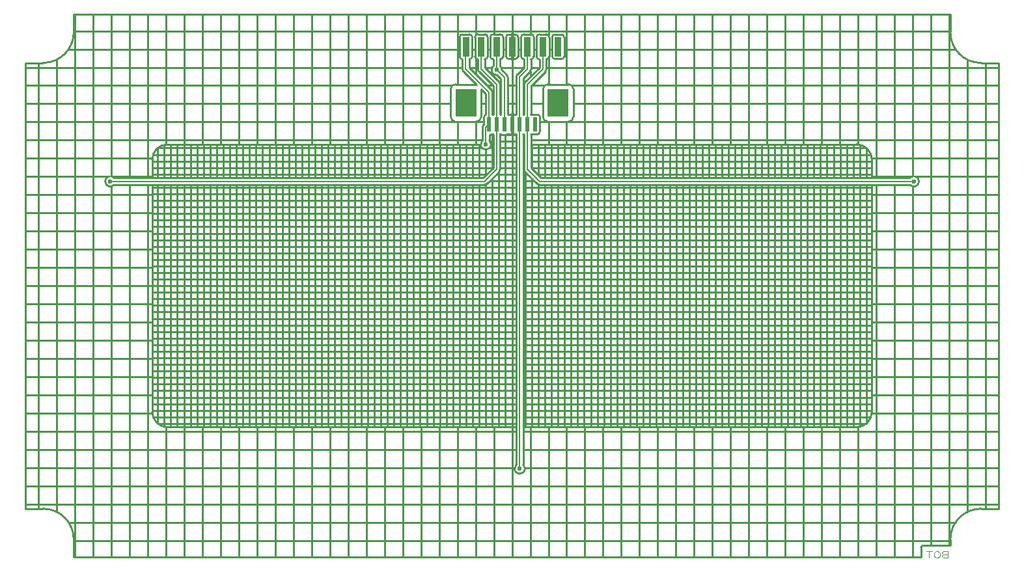
<source format=gbr>
G04 GENERATED BY PULSONIX 7.0 GERBER.DLL 4573*
%INHILLSTAR_100X50_EL_V1_0*%
%LNGERBER_BOTTOM*%
%FSLAX33Y33*%
%IPPOS*%
%LPD*%
%OFA0B0*%
%MOMM*%
%ADD15C,0.125*%
%ADD145C,0.400*%
%ADD146C,0.250*%
%ADD180C,0.600*%
%ADD345C,0.150*%
%ADD403R,0.600X1.900*%
%ADD410R,2.700X3.600*%
%ADD5672R,0.900X2.500*%
X0Y0D02*
D02*
D15*
X185982Y91986D02*
X185834Y91913D01*
X185761Y91766*
X185834Y91619*
X185982Y91545*
X186496*
Y92427*
X185982*
X185834Y92354*
X185761Y92207*
X185834Y92060*
X185982Y91986*
X186496*
X185484Y91839D02*
X185484Y92133D01*
X185410Y92280*
X185337Y92354*
X185190Y92427*
X185043*
X184895Y92354*
X184822Y92280*
X184748Y92133*
Y91839*
X184822Y91692*
X184895Y91619*
X185043Y91545*
X185190*
X185337Y91619*
X185410Y91692*
X185484Y91839*
X184104Y91545D02*
X184104Y92427D01*
X184471D02*
X183736Y92427D01*
D02*
D145*
X129859Y147190D02*
Y146590D01*
Y148690D02*
Y149290D01*
Y157000D02*
Y156400D01*
Y159100D02*
Y159700D01*
D02*
D146*
X66559Y155950D02*
Y97950D01*
X68859*
G75*
G02X72859Y93950J-4000*
G01*
Y91650*
X183059*
Y92975*
G75*
G02X183259Y93175I200*
G01*
X186859*
Y93950*
G75*
G02X190859Y97950I4000*
G01*
X193159*
Y155950*
X190859*
G75*
G02X186859Y159950J4000*
G01*
Y162250*
X72859*
Y159950*
G75*
G02X68859Y155950I-4000*
G01*
X66559*
X78112Y140090D02*
G75*
G02X76934Y140540I-503J450D01*
G01*
G75*
G02X78112Y140990I675*
G01*
X83059*
Y143350*
G75*
G02X85059Y145350I2000*
G01*
X125784*
G75*
G02X126009Y145853I675*
G01*
Y147540*
G75*
G02X126141Y147858I450*
G01*
X126184Y147901*
Y148890*
G75*
G02X126409Y149233I374*
G01*
Y151953*
X125834Y152528*
Y148940*
G75*
G02X125209Y148315I-625*
G01*
X122509*
G75*
G02X121884Y148940J625*
G01*
Y152540*
G75*
G02X122509Y153165I625*
G01*
X125197*
X123513Y154849*
G75*
G02X123381Y155168I319J319*
G01*
Y156426*
G75*
G02X123034Y156800I28J374*
G01*
Y159300*
G75*
G02X123409Y159675I375*
G01*
X124309*
G75*
G02X124684Y159300J-375*
G01*
Y156800*
G75*
G02X124309Y156425I-375*
G01*
X124281*
Y155354*
X127177Y152458*
G75*
G02X127309Y152140I-318J-318*
G01*
Y149233*
G75*
G02X127359Y149207I-147J-343*
G01*
G75*
G02X127409Y149233I197J-317*
G01*
Y152953*
X125541Y154821*
G75*
G02X125409Y155140I319J319*
G01*
Y156425*
G75*
G02X125034Y156800J375*
G01*
Y159300*
G75*
G02X125409Y159675I375*
G01*
X126309*
G75*
G02X126684Y159300J-375*
G01*
Y156800*
G75*
G02X126309Y156425I-375*
G01*
Y155326*
X128177Y153458*
G75*
G02X128309Y153140I-318J-318*
G01*
Y149233*
G75*
G02X128359Y149207I-147J-343*
G01*
G75*
G02X128409Y149233I197J-317*
G01*
Y153853*
X127896Y154366*
G75*
G02X127409Y155543I-37J674*
G01*
Y156425*
G75*
G02X127034Y156800J375*
G01*
Y159300*
G75*
G02X127409Y159675I375*
G01*
X128309*
G75*
G02X128684Y159300J-375*
G01*
Y156800*
G75*
G02X128309Y156425I-375*
G01*
Y155543*
G75*
G02X128533Y155002I-450J-503*
G01*
X129177Y154358*
G75*
G02X129309Y154040I-318J-318*
G01*
Y149233*
G75*
G02X129402Y149174I-151J-341*
G01*
G75*
G02X129559Y149215I159J-286*
G01*
X130159*
G75*
G02X130315Y149174I-2J-325*
G01*
G75*
G02X130401Y149230I247J-285*
G01*
Y154140*
G75*
G02X130535Y154463I457*
G01*
X131401Y155329*
Y156425*
G75*
G02X131034Y156800I8J375*
G01*
Y159300*
G75*
G02X131409Y159675I375*
G01*
X132309*
G75*
G02X132684Y159300J-375*
G01*
Y156800*
G75*
G02X132317Y156425I-375*
G01*
Y155140*
G75*
G02X132183Y154816I-458*
G01*
X131317Y153950*
Y149230*
G75*
G02X131359Y149207I-159J-340*
G01*
G75*
G02X131409Y149233I197J-317*
G01*
Y153140*
G75*
G02X131541Y153458I450*
G01*
X133409Y155326*
Y156425*
G75*
G02X133034Y156800J375*
G01*
Y159300*
G75*
G02X133409Y159675I375*
G01*
X134309*
G75*
G02X134684Y159300J-375*
G01*
Y156800*
G75*
G02X134309Y156425I-375*
G01*
Y155140*
G75*
G02X134177Y154821I-451*
G01*
X132309Y152953*
Y149233*
G75*
G02X132402Y149174I-151J-341*
G01*
G75*
G02X132559Y149215I159J-286*
G01*
X133159*
G75*
G02X133484Y148890J-325*
G01*
Y146990*
G75*
G02X133159Y146665I-325*
G01*
X132559*
G75*
G02X132402Y146705J326*
G01*
G75*
G02X132309Y146646I-244J282*
G01*
Y145350*
X174659*
G75*
G02X176659Y143350J-2000*
G01*
Y140990*
X181606*
G75*
G02X182784Y140540I503J-450*
G01*
G75*
G02X181606Y140090I-675*
G01*
X176659*
Y110550*
G75*
G02X174659Y108550I-2000*
G01*
X131317*
Y103655*
G75*
G02X131534Y103160I-457J-495*
G01*
G75*
G02X130184I-675*
G01*
G75*
G02X130401Y103655I674*
G01*
Y108550*
X85059*
G75*
G02X83059Y110550J2000*
G01*
Y140090*
X78112*
X129084Y156800D02*
Y159300D01*
G75*
G02X129409Y159625I325*
G01*
X130309*
G75*
G02X130634Y159300J-325*
G01*
Y156800*
G75*
G02X130309Y156475I-325*
G01*
X129409*
G75*
G02X129084Y156800J325*
G01*
X133884Y148940D02*
Y152540D01*
G75*
G02X134509Y153165I625*
G01*
X137209*
G75*
G02X137834Y152540J-625*
G01*
Y148940*
G75*
G02X137209Y148315I-625*
G01*
X134509*
G75*
G02X133884Y148940J625*
G01*
X135084Y156800D02*
Y159300D01*
G75*
G02X135409Y159625I325*
G01*
X136309*
G75*
G02X136634Y159300J-325*
G01*
Y156800*
G75*
G02X136309Y156475I-325*
G01*
X135409*
G75*
G02X135084Y156800J325*
G01*
X72859Y93797D02*
X186859D01*
X72189Y96165D02*
X187528D01*
X66559Y98533D02*
X193159D01*
X66559Y100901D02*
X193159D01*
X66559Y103269D02*
X130193D01*
X131525D02*
X193159D01*
X66559Y105637D02*
X130401D01*
X131317D02*
X193159D01*
X66559Y108005D02*
X130401D01*
X131317D02*
X193159D01*
X66559Y110373D02*
X83067D01*
X176651D02*
X193159D01*
X66559Y112741D02*
X83059D01*
X176659D02*
X193159D01*
X66559Y115109D02*
X83059D01*
X176659D02*
X193159D01*
X66559Y117477D02*
X83059D01*
X176659D02*
X193159D01*
X66559Y119845D02*
X83059D01*
X176659D02*
X193159D01*
X66559Y122213D02*
X83059D01*
X176659D02*
X193159D01*
X66559Y124581D02*
X83059D01*
X176659D02*
X193159D01*
X66559Y126950D02*
X83059D01*
X176659D02*
X193159D01*
X66559Y129318D02*
X83059D01*
X176659D02*
X193159D01*
X66559Y131686D02*
X83059D01*
X176659D02*
X193159D01*
X66559Y134054D02*
X83059D01*
X176659D02*
X193159D01*
X66559Y136422D02*
X83059D01*
X176659D02*
X193159D01*
X66559Y138790D02*
X83059D01*
X176659D02*
X193159D01*
X66559Y141158D02*
X77338D01*
X77880D02*
X83059D01*
X176659D02*
X181838D01*
X182380D02*
X193159D01*
X66559Y143526D02*
X83067D01*
X176651D02*
X193159D01*
X66559Y145894D02*
X126009D01*
X132309D02*
X193159D01*
X66559Y148262D02*
X126184D01*
X133484D02*
X193159D01*
X66559Y150630D02*
X121884D01*
X125834D02*
X126409D01*
X127309D02*
X127409D01*
X128309D02*
X128409D01*
X129309D02*
X130401D01*
X131317D02*
X131409D01*
X132309D02*
X133884D01*
X137834D02*
X193159D01*
X66559Y152998D02*
X122084D01*
X126637D02*
X127364D01*
X128309D02*
X128409D01*
X129309D02*
X130401D01*
X131317D02*
X131409D01*
X132353D02*
X134084D01*
X137634D02*
X193159D01*
X66559Y155366D02*
X123381D01*
X124281D02*
X125409D01*
X126309D02*
X127268D01*
X128450D02*
X131401D01*
X132317D02*
X133409D01*
X134309D02*
X193159D01*
X72189Y157734D02*
X123034D01*
X124684D02*
X125034D01*
X126684D02*
X127034D01*
X128684D02*
X129084D01*
X130634D02*
X131034D01*
X132684D02*
X133034D01*
X134684D02*
X135084D01*
X136634D02*
X187528D01*
X72859Y160102D02*
X186859D01*
X68290Y97950D02*
Y155950D01*
X70658Y97522D02*
Y156377D01*
X73026Y91650D02*
Y162250D01*
X75394Y91650D02*
Y162250D01*
X77762Y91650D02*
Y139882D01*
Y141197D02*
Y162250D01*
X80130Y91650D02*
Y140090D01*
Y140990D02*
Y162250D01*
X82498Y91650D02*
Y140090D01*
Y140990D02*
Y162250D01*
X84866Y91650D02*
Y108559D01*
Y145340D02*
Y162250D01*
X87234Y91650D02*
Y108550D01*
Y145350D02*
Y162250D01*
X89602Y91650D02*
Y108550D01*
Y145350D02*
Y162250D01*
X91970Y91650D02*
Y108550D01*
Y145350D02*
Y162250D01*
X94338Y91650D02*
Y108550D01*
Y145350D02*
Y162250D01*
X96706Y91650D02*
Y108550D01*
Y145350D02*
Y162250D01*
X99074Y91650D02*
Y108550D01*
Y145350D02*
Y162250D01*
X101442Y91650D02*
Y108550D01*
Y145350D02*
Y162250D01*
X103810Y91650D02*
Y108550D01*
Y145350D02*
Y162250D01*
X106178Y91650D02*
Y108550D01*
Y145350D02*
Y162250D01*
X108546Y91650D02*
Y108550D01*
Y145350D02*
Y162250D01*
X110914Y91650D02*
Y108550D01*
Y145350D02*
Y162250D01*
X113283Y91650D02*
Y108550D01*
Y145350D02*
Y162250D01*
X115651Y91650D02*
Y108550D01*
Y145350D02*
Y162250D01*
X118019Y91650D02*
Y108550D01*
Y145350D02*
Y162250D01*
X120387Y91650D02*
Y108550D01*
Y145350D02*
Y162250D01*
X122755Y91650D02*
Y108550D01*
Y145350D02*
Y148315D01*
Y153165D02*
Y162250D01*
X125123Y91650D02*
Y108550D01*
Y145350D02*
Y148315D01*
Y153165D02*
Y153239D01*
Y154512D02*
Y156557D01*
Y159542D02*
Y162250D01*
X127491Y91650D02*
Y108550D01*
Y154144D02*
Y154474D01*
Y159675D02*
Y162250D01*
X129859Y91650D02*
Y108550D01*
Y149215D02*
Y156475D01*
Y159625D02*
Y162250D01*
X132227Y91650D02*
Y108550D01*
Y154144D02*
Y154867D01*
Y159675D02*
Y162250D01*
X134595Y91650D02*
Y108550D01*
Y145350D02*
Y148315D01*
Y153165D02*
Y156557D01*
Y159542D02*
Y162250D01*
X136963Y91650D02*
Y108550D01*
Y145350D02*
Y148315D01*
Y153165D02*
Y162250D01*
X139331Y91650D02*
Y108550D01*
Y145350D02*
Y162250D01*
X141699Y91650D02*
Y108550D01*
Y145350D02*
Y162250D01*
X144067Y91650D02*
Y108550D01*
Y145350D02*
Y162250D01*
X146435Y91650D02*
Y108550D01*
Y145350D02*
Y162250D01*
X148803Y91650D02*
Y108550D01*
Y145350D02*
Y162250D01*
X151171Y91650D02*
Y108550D01*
Y145350D02*
Y162250D01*
X153539Y91650D02*
Y108550D01*
Y145350D02*
Y162250D01*
X155907Y91650D02*
Y108550D01*
Y145350D02*
Y162250D01*
X158275Y91650D02*
Y108550D01*
Y145350D02*
Y162250D01*
X160643Y91650D02*
Y108550D01*
Y145350D02*
Y162250D01*
X163011Y91650D02*
Y108550D01*
Y145350D02*
Y162250D01*
X165379Y91650D02*
Y108550D01*
Y145350D02*
Y162250D01*
X167747Y91650D02*
Y108550D01*
Y145350D02*
Y162250D01*
X170115Y91650D02*
Y108550D01*
Y145350D02*
Y162250D01*
X172483Y91650D02*
Y108550D01*
Y145350D02*
Y162250D01*
X174851Y91650D02*
Y108559D01*
Y145340D02*
Y162250D01*
X177219Y91650D02*
Y140090D01*
Y140990D02*
Y162250D01*
X179587Y91650D02*
Y140090D01*
Y140990D02*
Y162250D01*
X181955Y91650D02*
Y139882D01*
Y141197D02*
Y162250D01*
X184323Y93175D02*
Y162250D01*
X186691Y93175D02*
Y162250D01*
X189059Y97522D02*
Y156377D01*
X191428Y97950D02*
Y155950D01*
X83059Y140090D02*
Y110550D01*
G75*
G03X85059Y108550I2000*
G01*
X130401*
Y146649*
G75*
G02X130315Y146705I161J341*
G01*
G75*
G02X130159Y146665I-156J285*
G01*
X129559*
G75*
G02X129402Y146705J326*
G01*
G75*
G02X129159Y146615I-243J284*
G01*
X128559*
G75*
G02X128359Y146672I-1J375*
G01*
G75*
G02X128309Y146646I-197J317*
G01*
Y142140*
G75*
G02X128177Y141821I-451*
G01*
X126577Y140221*
G75*
G02X126259Y140090I-317J318*
G01*
X83059*
X83764Y109025D02*
X130401D01*
X83175Y109879D02*
X130401D01*
X83059Y110732D02*
X130401D01*
X83059Y111586D02*
X130401D01*
X83059Y112439D02*
X130401D01*
X83059Y113293D02*
X130401D01*
X83059Y114146D02*
X130401D01*
X83059Y115000D02*
X130401D01*
X83059Y115853D02*
X130401D01*
X83059Y116707D02*
X130401D01*
X83059Y117560D02*
X130401D01*
X83059Y118414D02*
X130401D01*
X83059Y119268D02*
X130401D01*
X83059Y120121D02*
X130401D01*
X83059Y120975D02*
X130401D01*
X83059Y121828D02*
X130401D01*
X83059Y122682D02*
X130401D01*
X83059Y123535D02*
X130401D01*
X83059Y124389D02*
X130401D01*
X83059Y125242D02*
X130401D01*
X83059Y126096D02*
X130401D01*
X83059Y126950D02*
X130401D01*
X83059Y127803D02*
X130401D01*
X83059Y128657D02*
X130401D01*
X83059Y129510D02*
X130401D01*
X83059Y130364D02*
X130401D01*
X83059Y131217D02*
X130401D01*
X83059Y132071D02*
X130401D01*
X83059Y132924D02*
X130401D01*
X83059Y133778D02*
X130401D01*
X83059Y134631D02*
X130401D01*
X83059Y135485D02*
X130401D01*
X83059Y136339D02*
X130401D01*
X83059Y137192D02*
X130401D01*
X83059Y138046D02*
X130401D01*
X83059Y138899D02*
X130401D01*
X83059Y139753D02*
X130401D01*
X126962Y140606D02*
X130401D01*
X127815Y141460D02*
X130401D01*
X128309Y142313D02*
X130401D01*
X128309Y143167D02*
X130401D01*
X128309Y144021D02*
X130401D01*
X128309Y144874D02*
X130401D01*
X128309Y145728D02*
X130401D01*
X128309Y146581D02*
X130401D01*
X83767Y109023D02*
Y140090D01*
X84621Y108598D02*
Y140090D01*
X85474Y108550D02*
Y140090D01*
X86328Y108550D02*
Y140090D01*
X87181Y108550D02*
Y140090D01*
X88035Y108550D02*
Y140090D01*
X88888Y108550D02*
Y140090D01*
X89742Y108550D02*
Y140090D01*
X90595Y108550D02*
Y140090D01*
X91449Y108550D02*
Y140090D01*
X92303Y108550D02*
Y140090D01*
X93156Y108550D02*
Y140090D01*
X94010Y108550D02*
Y140090D01*
X94863Y108550D02*
Y140090D01*
X95717Y108550D02*
Y140090D01*
X96570Y108550D02*
Y140090D01*
X97424Y108550D02*
Y140090D01*
X98277Y108550D02*
Y140090D01*
X99131Y108550D02*
Y140090D01*
X99984Y108550D02*
Y140090D01*
X100838Y108550D02*
Y140090D01*
X101692Y108550D02*
Y140090D01*
X102545Y108550D02*
Y140090D01*
X103399Y108550D02*
Y140090D01*
X104252Y108550D02*
Y140090D01*
X105106Y108550D02*
Y140090D01*
X105959Y108550D02*
Y140090D01*
X106813Y108550D02*
Y140090D01*
X107666Y108550D02*
Y140090D01*
X108520Y108550D02*
Y140090D01*
X109374Y108550D02*
Y140090D01*
X110227Y108550D02*
Y140090D01*
X111081Y108550D02*
Y140090D01*
X111934Y108550D02*
Y140090D01*
X112788Y108550D02*
Y140090D01*
X113641Y108550D02*
Y140090D01*
X114495Y108550D02*
Y140090D01*
X115348Y108550D02*
Y140090D01*
X116202Y108550D02*
Y140090D01*
X117055Y108550D02*
Y140090D01*
X117909Y108550D02*
Y140090D01*
X118763Y108550D02*
Y140090D01*
X119616Y108550D02*
Y140090D01*
X120470Y108550D02*
Y140090D01*
X121323Y108550D02*
Y140090D01*
X122177Y108550D02*
Y140090D01*
X123030Y108550D02*
Y140090D01*
X123884Y108550D02*
Y140090D01*
X124737Y108550D02*
Y140090D01*
X125591Y108550D02*
Y140090D01*
X126445Y108550D02*
Y140130D01*
X127298Y108550D02*
Y140942D01*
X128152Y108550D02*
Y141796D01*
X129005Y108550D02*
Y146615D01*
X129859Y108550D02*
Y146665D01*
X83059Y140990D02*
X126072D01*
X127409Y142326*
Y146646*
G75*
G02X127359Y146672I147J343*
G01*
G75*
G02X127159Y146615I-199J318*
G01*
X126909*
Y145853*
G75*
G02X127134Y145350I-450J-503*
G01*
G75*
G02X125784I-675*
G01*
X85059*
G75*
G03X83059Y143350J-2000*
G01*
Y140990*
Y141460D02*
X126543D01*
X83059Y142313D02*
X127396D01*
X83059Y143167D02*
X127409D01*
X83175Y144021D02*
X127409D01*
X83764Y144874D02*
X125980D01*
X126938D02*
X127409D01*
X127018Y145728D02*
X127409D01*
X126909Y146581D02*
X127409D01*
X83767Y140990D02*
Y144876D01*
X84621Y140990D02*
Y145301D01*
X85474Y140990D02*
Y145350D01*
X86328Y140990D02*
Y145350D01*
X87181Y140990D02*
Y145350D01*
X88035Y140990D02*
Y145350D01*
X88888Y140990D02*
Y145350D01*
X89742Y140990D02*
Y145350D01*
X90595Y140990D02*
Y145350D01*
X91449Y140990D02*
Y145350D01*
X92303Y140990D02*
Y145350D01*
X93156Y140990D02*
Y145350D01*
X94010Y140990D02*
Y145350D01*
X94863Y140990D02*
Y145350D01*
X95717Y140990D02*
Y145350D01*
X96570Y140990D02*
Y145350D01*
X97424Y140990D02*
Y145350D01*
X98277Y140990D02*
Y145350D01*
X99131Y140990D02*
Y145350D01*
X99984Y140990D02*
Y145350D01*
X100838Y140990D02*
Y145350D01*
X101692Y140990D02*
Y145350D01*
X102545Y140990D02*
Y145350D01*
X103399Y140990D02*
Y145350D01*
X104252Y140990D02*
Y145350D01*
X105106Y140990D02*
Y145350D01*
X105959Y140990D02*
Y145350D01*
X106813Y140990D02*
Y145350D01*
X107666Y140990D02*
Y145350D01*
X108520Y140990D02*
Y145350D01*
X109374Y140990D02*
Y145350D01*
X110227Y140990D02*
Y145350D01*
X111081Y140990D02*
Y145350D01*
X111934Y140990D02*
Y145350D01*
X112788Y140990D02*
Y145350D01*
X113641Y140990D02*
Y145350D01*
X114495Y140990D02*
Y145350D01*
X115348Y140990D02*
Y145350D01*
X116202Y140990D02*
Y145350D01*
X117055Y140990D02*
Y145350D01*
X117909Y140990D02*
Y145350D01*
X118763Y140990D02*
Y145350D01*
X119616Y140990D02*
Y145350D01*
X120470Y140990D02*
Y145350D01*
X121323Y140990D02*
Y145350D01*
X122177Y140990D02*
Y145350D01*
X123030Y140990D02*
Y145350D01*
X123884Y140990D02*
Y145350D01*
X124737Y140990D02*
Y145350D01*
X125591Y140990D02*
Y145350D01*
X126445Y141362D02*
Y144675D01*
X127298Y142215D02*
Y146641D01*
X131317Y108550D02*
X174659D01*
G75*
G03X176659Y110550J2000*
G01*
Y140090*
X133459*
G75*
G02X133141Y140221I-1J449*
G01*
X131541Y141821*
G75*
G02X131409Y142140I319J319*
G01*
Y146646*
G75*
G02X131359Y146672I147J343*
G01*
G75*
G02X131317Y146649I-201J317*
G01*
Y108550*
Y109025D02*
X175953D01*
X131317Y109879D02*
X176543D01*
X131317Y110732D02*
X176659D01*
X131317Y111586D02*
X176659D01*
X131317Y112439D02*
X176659D01*
X131317Y113293D02*
X176659D01*
X131317Y114146D02*
X176659D01*
X131317Y115000D02*
X176659D01*
X131317Y115853D02*
X176659D01*
X131317Y116707D02*
X176659D01*
X131317Y117560D02*
X176659D01*
X131317Y118414D02*
X176659D01*
X131317Y119268D02*
X176659D01*
X131317Y120121D02*
X176659D01*
X131317Y120975D02*
X176659D01*
X131317Y121828D02*
X176659D01*
X131317Y122682D02*
X176659D01*
X131317Y123535D02*
X176659D01*
X131317Y124389D02*
X176659D01*
X131317Y125242D02*
X176659D01*
X131317Y126096D02*
X176659D01*
X131317Y126950D02*
X176659D01*
X131317Y127803D02*
X176659D01*
X131317Y128657D02*
X176659D01*
X131317Y129510D02*
X176659D01*
X131317Y130364D02*
X176659D01*
X131317Y131217D02*
X176659D01*
X131317Y132071D02*
X176659D01*
X131317Y132924D02*
X176659D01*
X131317Y133778D02*
X176659D01*
X131317Y134631D02*
X176659D01*
X131317Y135485D02*
X176659D01*
X131317Y136339D02*
X176659D01*
X131317Y137192D02*
X176659D01*
X131317Y138046D02*
X176659D01*
X131317Y138899D02*
X176659D01*
X131317Y139753D02*
X176659D01*
X131317Y140606D02*
X132756D01*
X131317Y141460D02*
X131902D01*
X131317Y142313D02*
X131409D01*
X131317Y143167D02*
X131409D01*
X131317Y144021D02*
X131409D01*
X131317Y144874D02*
X131409D01*
X131317Y145728D02*
X131409D01*
X131317Y146581D02*
X131409D01*
X131566Y108550D02*
Y141796D01*
X132419Y108550D02*
Y140942D01*
X133273Y108550D02*
Y140130D01*
X134126Y108550D02*
Y140090D01*
X134980Y108550D02*
Y140090D01*
X135834Y108550D02*
Y140090D01*
X136687Y108550D02*
Y140090D01*
X137541Y108550D02*
Y140090D01*
X138394Y108550D02*
Y140090D01*
X139248Y108550D02*
Y140090D01*
X140101Y108550D02*
Y140090D01*
X140955Y108550D02*
Y140090D01*
X141808Y108550D02*
Y140090D01*
X142662Y108550D02*
Y140090D01*
X143516Y108550D02*
Y140090D01*
X144369Y108550D02*
Y140090D01*
X145223Y108550D02*
Y140090D01*
X146076Y108550D02*
Y140090D01*
X146930Y108550D02*
Y140090D01*
X147783Y108550D02*
Y140090D01*
X148637Y108550D02*
Y140090D01*
X149490Y108550D02*
Y140090D01*
X150344Y108550D02*
Y140090D01*
X151197Y108550D02*
Y140090D01*
X152051Y108550D02*
Y140090D01*
X152905Y108550D02*
Y140090D01*
X153758Y108550D02*
Y140090D01*
X154612Y108550D02*
Y140090D01*
X155465Y108550D02*
Y140090D01*
X156319Y108550D02*
Y140090D01*
X157172Y108550D02*
Y140090D01*
X158026Y108550D02*
Y140090D01*
X158879Y108550D02*
Y140090D01*
X159733Y108550D02*
Y140090D01*
X160587Y108550D02*
Y140090D01*
X161440Y108550D02*
Y140090D01*
X162294Y108550D02*
Y140090D01*
X163147Y108550D02*
Y140090D01*
X164001Y108550D02*
Y140090D01*
X164854Y108550D02*
Y140090D01*
X165708Y108550D02*
Y140090D01*
X166561Y108550D02*
Y140090D01*
X167415Y108550D02*
Y140090D01*
X168268Y108550D02*
Y140090D01*
X169122Y108550D02*
Y140090D01*
X169976Y108550D02*
Y140090D01*
X170829Y108550D02*
Y140090D01*
X171683Y108550D02*
Y140090D01*
X172536Y108550D02*
Y140090D01*
X173390Y108550D02*
Y140090D01*
X174243Y108550D02*
Y140090D01*
X175097Y108598D02*
Y140090D01*
X175950Y109023D02*
Y140090D01*
X132309Y145350D02*
Y142326D01*
X133645Y140990*
X176659*
Y143350*
G75*
G03X174659Y145350I-2000*
G01*
X132309*
X133175Y141460D02*
X176659D01*
X132321Y142313D02*
X176659D01*
X132309Y143167D02*
X176659D01*
X132309Y144021D02*
X176543D01*
X132309Y144874D02*
X175953D01*
X132419Y142215D02*
Y145350D01*
X133273Y141362D02*
Y145350D01*
X134126Y140990D02*
Y145350D01*
X134980Y140990D02*
Y145350D01*
X135834Y140990D02*
Y145350D01*
X136687Y140990D02*
Y145350D01*
X137541Y140990D02*
Y145350D01*
X138394Y140990D02*
Y145350D01*
X139248Y140990D02*
Y145350D01*
X140101Y140990D02*
Y145350D01*
X140955Y140990D02*
Y145350D01*
X141808Y140990D02*
Y145350D01*
X142662Y140990D02*
Y145350D01*
X143516Y140990D02*
Y145350D01*
X144369Y140990D02*
Y145350D01*
X145223Y140990D02*
Y145350D01*
X146076Y140990D02*
Y145350D01*
X146930Y140990D02*
Y145350D01*
X147783Y140990D02*
Y145350D01*
X148637Y140990D02*
Y145350D01*
X149490Y140990D02*
Y145350D01*
X150344Y140990D02*
Y145350D01*
X151197Y140990D02*
Y145350D01*
X152051Y140990D02*
Y145350D01*
X152905Y140990D02*
Y145350D01*
X153758Y140990D02*
Y145350D01*
X154612Y140990D02*
Y145350D01*
X155465Y140990D02*
Y145350D01*
X156319Y140990D02*
Y145350D01*
X157172Y140990D02*
Y145350D01*
X158026Y140990D02*
Y145350D01*
X158879Y140990D02*
Y145350D01*
X159733Y140990D02*
Y145350D01*
X160587Y140990D02*
Y145350D01*
X161440Y140990D02*
Y145350D01*
X162294Y140990D02*
Y145350D01*
X163147Y140990D02*
Y145350D01*
X164001Y140990D02*
Y145350D01*
X164854Y140990D02*
Y145350D01*
X165708Y140990D02*
Y145350D01*
X166561Y140990D02*
Y145350D01*
X167415Y140990D02*
Y145350D01*
X168268Y140990D02*
Y145350D01*
X169122Y140990D02*
Y145350D01*
X169976Y140990D02*
Y145350D01*
X170829Y140990D02*
Y145350D01*
X171683Y140990D02*
Y145350D01*
X172536Y140990D02*
Y145350D01*
X173390Y140990D02*
Y145350D01*
X174243Y140990D02*
Y145350D01*
X175097Y140990D02*
Y145301D01*
X175950Y140990D02*
Y144876D01*
D02*
D180*
X77609Y140540D03*
X123859Y157350D03*
Y158750D03*
X125859Y157350D03*
Y158750D03*
X126459Y145350D03*
X127859Y155040D03*
Y157350D03*
Y158750D03*
X129859Y157350D03*
Y158750D03*
X130859Y103160D03*
X131859Y157350D03*
Y158750D03*
X133859Y157350D03*
Y158750D03*
X135859Y157350D03*
Y158750D03*
X182109Y140540D03*
D02*
D345*
X77609D02*
X126259D01*
X127859Y142140*
Y153140*
X125859Y155140*
Y157350*
X123859D02*
X123831D01*
Y155168*
X126859Y152140*
Y147940*
X126459Y147540*
Y145350*
X127859Y155040D02*
Y157350D01*
Y155040D02*
X128859Y154040D01*
Y147940*
X130859D02*
Y103160D01*
Y147940D02*
Y154140D01*
X131859Y155140*
Y157350*
Y147940D02*
Y142140D01*
X133459Y140540*
X182109*
X131859Y147940D02*
Y153140D01*
X133859Y155140*
Y157350*
D02*
D403*
X126859Y147940D03*
X127859D03*
X128859D03*
X129859D03*
X130859D03*
X131859D03*
X132859D03*
D02*
D410*
X123859Y150740D03*
X135859D03*
D02*
D5672*
X123859Y158050D03*
X125859D03*
X127859D03*
X129859D03*
X131859D03*
X133859D03*
X135859D03*
X0Y0D02*
M02*

</source>
